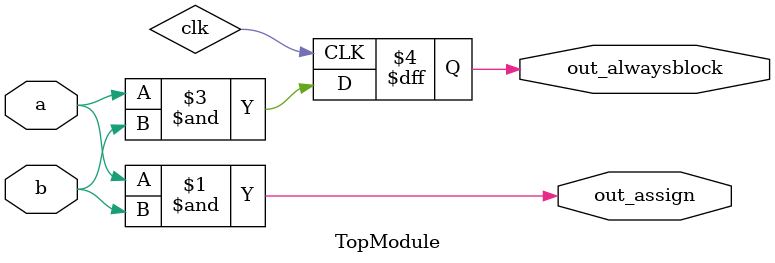
<source format=sv>

module TopModule (
  input a, // Input signal 'a'
  input b, // Input signal 'b'
  output out_assign, // Output signal 'out_assign' assigned directly
  output reg out_alwaysblock // Output signal 'out_alwaysblock' stored in registers
);

// Assign the output signal using an assign statement
assign out_assign = a & b;

// Use a combinational always block to implement the AND gate
always @(posedge clk) begin
  out_alwaysblock = a & b;
end

endmodule // End of TopModule module definition

// VERILOG-EVAL: errant inclusion of module definition

</source>
